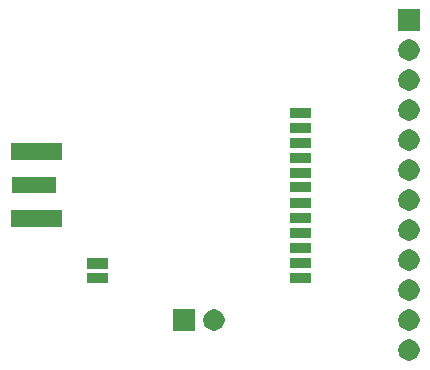
<source format=gbr>
G04 #@! TF.GenerationSoftware,KiCad,Pcbnew,(5.1.5)-3*
G04 #@! TF.CreationDate,2020-06-27T17:11:00-04:00*
G04 #@! TF.ProjectId,BreakoutSI4463PRORev2,42726561-6b6f-4757-9453-493434363350,rev?*
G04 #@! TF.SameCoordinates,Original*
G04 #@! TF.FileFunction,Soldermask,Top*
G04 #@! TF.FilePolarity,Negative*
%FSLAX46Y46*%
G04 Gerber Fmt 4.6, Leading zero omitted, Abs format (unit mm)*
G04 Created by KiCad (PCBNEW (5.1.5)-3) date 2020-06-27 17:11:00*
%MOMM*%
%LPD*%
G04 APERTURE LIST*
%ADD10C,0.100000*%
G04 APERTURE END LIST*
D10*
G36*
X147433512Y-118483927D02*
G01*
X147582812Y-118513624D01*
X147746784Y-118581544D01*
X147894354Y-118680147D01*
X148019853Y-118805646D01*
X148118456Y-118953216D01*
X148186376Y-119117188D01*
X148221000Y-119291259D01*
X148221000Y-119468741D01*
X148186376Y-119642812D01*
X148118456Y-119806784D01*
X148019853Y-119954354D01*
X147894354Y-120079853D01*
X147746784Y-120178456D01*
X147582812Y-120246376D01*
X147433512Y-120276073D01*
X147408742Y-120281000D01*
X147231258Y-120281000D01*
X147206488Y-120276073D01*
X147057188Y-120246376D01*
X146893216Y-120178456D01*
X146745646Y-120079853D01*
X146620147Y-119954354D01*
X146521544Y-119806784D01*
X146453624Y-119642812D01*
X146419000Y-119468741D01*
X146419000Y-119291259D01*
X146453624Y-119117188D01*
X146521544Y-118953216D01*
X146620147Y-118805646D01*
X146745646Y-118680147D01*
X146893216Y-118581544D01*
X147057188Y-118513624D01*
X147206488Y-118483927D01*
X147231258Y-118479000D01*
X147408742Y-118479000D01*
X147433512Y-118483927D01*
G37*
G36*
X147433512Y-115943927D02*
G01*
X147582812Y-115973624D01*
X147746784Y-116041544D01*
X147894354Y-116140147D01*
X148019853Y-116265646D01*
X148118456Y-116413216D01*
X148186376Y-116577188D01*
X148221000Y-116751259D01*
X148221000Y-116928741D01*
X148186376Y-117102812D01*
X148118456Y-117266784D01*
X148019853Y-117414354D01*
X147894354Y-117539853D01*
X147746784Y-117638456D01*
X147582812Y-117706376D01*
X147433512Y-117736073D01*
X147408742Y-117741000D01*
X147231258Y-117741000D01*
X147206488Y-117736073D01*
X147057188Y-117706376D01*
X146893216Y-117638456D01*
X146745646Y-117539853D01*
X146620147Y-117414354D01*
X146521544Y-117266784D01*
X146453624Y-117102812D01*
X146419000Y-116928741D01*
X146419000Y-116751259D01*
X146453624Y-116577188D01*
X146521544Y-116413216D01*
X146620147Y-116265646D01*
X146745646Y-116140147D01*
X146893216Y-116041544D01*
X147057188Y-115973624D01*
X147206488Y-115943927D01*
X147231258Y-115939000D01*
X147408742Y-115939000D01*
X147433512Y-115943927D01*
G37*
G36*
X129171000Y-117741000D02*
G01*
X127369000Y-117741000D01*
X127369000Y-115939000D01*
X129171000Y-115939000D01*
X129171000Y-117741000D01*
G37*
G36*
X130923512Y-115943927D02*
G01*
X131072812Y-115973624D01*
X131236784Y-116041544D01*
X131384354Y-116140147D01*
X131509853Y-116265646D01*
X131608456Y-116413216D01*
X131676376Y-116577188D01*
X131711000Y-116751259D01*
X131711000Y-116928741D01*
X131676376Y-117102812D01*
X131608456Y-117266784D01*
X131509853Y-117414354D01*
X131384354Y-117539853D01*
X131236784Y-117638456D01*
X131072812Y-117706376D01*
X130923512Y-117736073D01*
X130898742Y-117741000D01*
X130721258Y-117741000D01*
X130696488Y-117736073D01*
X130547188Y-117706376D01*
X130383216Y-117638456D01*
X130235646Y-117539853D01*
X130110147Y-117414354D01*
X130011544Y-117266784D01*
X129943624Y-117102812D01*
X129909000Y-116928741D01*
X129909000Y-116751259D01*
X129943624Y-116577188D01*
X130011544Y-116413216D01*
X130110147Y-116265646D01*
X130235646Y-116140147D01*
X130383216Y-116041544D01*
X130547188Y-115973624D01*
X130696488Y-115943927D01*
X130721258Y-115939000D01*
X130898742Y-115939000D01*
X130923512Y-115943927D01*
G37*
G36*
X147433512Y-113403927D02*
G01*
X147582812Y-113433624D01*
X147746784Y-113501544D01*
X147894354Y-113600147D01*
X148019853Y-113725646D01*
X148118456Y-113873216D01*
X148186376Y-114037188D01*
X148221000Y-114211259D01*
X148221000Y-114388741D01*
X148186376Y-114562812D01*
X148118456Y-114726784D01*
X148019853Y-114874354D01*
X147894354Y-114999853D01*
X147746784Y-115098456D01*
X147582812Y-115166376D01*
X147433512Y-115196073D01*
X147408742Y-115201000D01*
X147231258Y-115201000D01*
X147206488Y-115196073D01*
X147057188Y-115166376D01*
X146893216Y-115098456D01*
X146745646Y-114999853D01*
X146620147Y-114874354D01*
X146521544Y-114726784D01*
X146453624Y-114562812D01*
X146419000Y-114388741D01*
X146419000Y-114211259D01*
X146453624Y-114037188D01*
X146521544Y-113873216D01*
X146620147Y-113725646D01*
X146745646Y-113600147D01*
X146893216Y-113501544D01*
X147057188Y-113433624D01*
X147206488Y-113403927D01*
X147231258Y-113399000D01*
X147408742Y-113399000D01*
X147433512Y-113403927D01*
G37*
G36*
X121874480Y-113741400D02*
G01*
X120096080Y-113741400D01*
X120096080Y-112826600D01*
X121874480Y-112826600D01*
X121874480Y-113741400D01*
G37*
G36*
X139016940Y-113741400D02*
G01*
X137238540Y-113741400D01*
X137238540Y-112826600D01*
X139016940Y-112826600D01*
X139016940Y-113741400D01*
G37*
G36*
X147433512Y-110863927D02*
G01*
X147582812Y-110893624D01*
X147746784Y-110961544D01*
X147894354Y-111060147D01*
X148019853Y-111185646D01*
X148118456Y-111333216D01*
X148186376Y-111497188D01*
X148221000Y-111671259D01*
X148221000Y-111848741D01*
X148186376Y-112022812D01*
X148118456Y-112186784D01*
X148019853Y-112334354D01*
X147894354Y-112459853D01*
X147746784Y-112558456D01*
X147582812Y-112626376D01*
X147433512Y-112656073D01*
X147408742Y-112661000D01*
X147231258Y-112661000D01*
X147206488Y-112656073D01*
X147057188Y-112626376D01*
X146893216Y-112558456D01*
X146745646Y-112459853D01*
X146620147Y-112334354D01*
X146521544Y-112186784D01*
X146453624Y-112022812D01*
X146419000Y-111848741D01*
X146419000Y-111671259D01*
X146453624Y-111497188D01*
X146521544Y-111333216D01*
X146620147Y-111185646D01*
X146745646Y-111060147D01*
X146893216Y-110961544D01*
X147057188Y-110893624D01*
X147206488Y-110863927D01*
X147231258Y-110859000D01*
X147408742Y-110859000D01*
X147433512Y-110863927D01*
G37*
G36*
X121874480Y-112550140D02*
G01*
X120096080Y-112550140D01*
X120096080Y-111635340D01*
X121874480Y-111635340D01*
X121874480Y-112550140D01*
G37*
G36*
X139016940Y-112471400D02*
G01*
X137238540Y-112471400D01*
X137238540Y-111556600D01*
X139016940Y-111556600D01*
X139016940Y-112471400D01*
G37*
G36*
X139016940Y-111201400D02*
G01*
X137238540Y-111201400D01*
X137238540Y-110286600D01*
X139016940Y-110286600D01*
X139016940Y-111201400D01*
G37*
G36*
X147433512Y-108323927D02*
G01*
X147582812Y-108353624D01*
X147746784Y-108421544D01*
X147894354Y-108520147D01*
X148019853Y-108645646D01*
X148118456Y-108793216D01*
X148186376Y-108957188D01*
X148221000Y-109131259D01*
X148221000Y-109308741D01*
X148186376Y-109482812D01*
X148118456Y-109646784D01*
X148019853Y-109794354D01*
X147894354Y-109919853D01*
X147746784Y-110018456D01*
X147582812Y-110086376D01*
X147433512Y-110116073D01*
X147408742Y-110121000D01*
X147231258Y-110121000D01*
X147206488Y-110116073D01*
X147057188Y-110086376D01*
X146893216Y-110018456D01*
X146745646Y-109919853D01*
X146620147Y-109794354D01*
X146521544Y-109646784D01*
X146453624Y-109482812D01*
X146419000Y-109308741D01*
X146419000Y-109131259D01*
X146453624Y-108957188D01*
X146521544Y-108793216D01*
X146620147Y-108645646D01*
X146745646Y-108520147D01*
X146893216Y-108421544D01*
X147057188Y-108353624D01*
X147206488Y-108323927D01*
X147231258Y-108319000D01*
X147408742Y-108319000D01*
X147433512Y-108323927D01*
G37*
G36*
X139016940Y-109931400D02*
G01*
X137238540Y-109931400D01*
X137238540Y-109016600D01*
X139016940Y-109016600D01*
X139016940Y-109931400D01*
G37*
G36*
X117921000Y-108961000D02*
G01*
X113619000Y-108961000D01*
X113619000Y-107509000D01*
X117921000Y-107509000D01*
X117921000Y-108961000D01*
G37*
G36*
X139016940Y-108661400D02*
G01*
X137238540Y-108661400D01*
X137238540Y-107746600D01*
X139016940Y-107746600D01*
X139016940Y-108661400D01*
G37*
G36*
X147433512Y-105783927D02*
G01*
X147582812Y-105813624D01*
X147746784Y-105881544D01*
X147894354Y-105980147D01*
X148019853Y-106105646D01*
X148118456Y-106253216D01*
X148186376Y-106417188D01*
X148221000Y-106591259D01*
X148221000Y-106768741D01*
X148186376Y-106942812D01*
X148118456Y-107106784D01*
X148019853Y-107254354D01*
X147894354Y-107379853D01*
X147746784Y-107478456D01*
X147582812Y-107546376D01*
X147433512Y-107576073D01*
X147408742Y-107581000D01*
X147231258Y-107581000D01*
X147206488Y-107576073D01*
X147057188Y-107546376D01*
X146893216Y-107478456D01*
X146745646Y-107379853D01*
X146620147Y-107254354D01*
X146521544Y-107106784D01*
X146453624Y-106942812D01*
X146419000Y-106768741D01*
X146419000Y-106591259D01*
X146453624Y-106417188D01*
X146521544Y-106253216D01*
X146620147Y-106105646D01*
X146745646Y-105980147D01*
X146893216Y-105881544D01*
X147057188Y-105813624D01*
X147206488Y-105783927D01*
X147231258Y-105779000D01*
X147408742Y-105779000D01*
X147433512Y-105783927D01*
G37*
G36*
X139016940Y-107391400D02*
G01*
X137238540Y-107391400D01*
X137238540Y-106476600D01*
X139016940Y-106476600D01*
X139016940Y-107391400D01*
G37*
G36*
X117421000Y-106096000D02*
G01*
X113719000Y-106096000D01*
X113719000Y-104724000D01*
X117421000Y-104724000D01*
X117421000Y-106096000D01*
G37*
G36*
X139016940Y-106042660D02*
G01*
X137238540Y-106042660D01*
X137238540Y-105127860D01*
X139016940Y-105127860D01*
X139016940Y-106042660D01*
G37*
G36*
X147433512Y-103243927D02*
G01*
X147582812Y-103273624D01*
X147746784Y-103341544D01*
X147894354Y-103440147D01*
X148019853Y-103565646D01*
X148118456Y-103713216D01*
X148186376Y-103877188D01*
X148221000Y-104051259D01*
X148221000Y-104228741D01*
X148186376Y-104402812D01*
X148118456Y-104566784D01*
X148019853Y-104714354D01*
X147894354Y-104839853D01*
X147746784Y-104938456D01*
X147582812Y-105006376D01*
X147433512Y-105036073D01*
X147408742Y-105041000D01*
X147231258Y-105041000D01*
X147206488Y-105036073D01*
X147057188Y-105006376D01*
X146893216Y-104938456D01*
X146745646Y-104839853D01*
X146620147Y-104714354D01*
X146521544Y-104566784D01*
X146453624Y-104402812D01*
X146419000Y-104228741D01*
X146419000Y-104051259D01*
X146453624Y-103877188D01*
X146521544Y-103713216D01*
X146620147Y-103565646D01*
X146745646Y-103440147D01*
X146893216Y-103341544D01*
X147057188Y-103273624D01*
X147206488Y-103243927D01*
X147231258Y-103239000D01*
X147408742Y-103239000D01*
X147433512Y-103243927D01*
G37*
G36*
X139016940Y-104851400D02*
G01*
X137238540Y-104851400D01*
X137238540Y-103936600D01*
X139016940Y-103936600D01*
X139016940Y-104851400D01*
G37*
G36*
X139016940Y-103581400D02*
G01*
X137238540Y-103581400D01*
X137238540Y-102666600D01*
X139016940Y-102666600D01*
X139016940Y-103581400D01*
G37*
G36*
X117921000Y-103311000D02*
G01*
X113619000Y-103311000D01*
X113619000Y-101859000D01*
X117921000Y-101859000D01*
X117921000Y-103311000D01*
G37*
G36*
X147433512Y-100703927D02*
G01*
X147582812Y-100733624D01*
X147746784Y-100801544D01*
X147894354Y-100900147D01*
X148019853Y-101025646D01*
X148118456Y-101173216D01*
X148186376Y-101337188D01*
X148221000Y-101511259D01*
X148221000Y-101688741D01*
X148186376Y-101862812D01*
X148118456Y-102026784D01*
X148019853Y-102174354D01*
X147894354Y-102299853D01*
X147746784Y-102398456D01*
X147582812Y-102466376D01*
X147433512Y-102496073D01*
X147408742Y-102501000D01*
X147231258Y-102501000D01*
X147206488Y-102496073D01*
X147057188Y-102466376D01*
X146893216Y-102398456D01*
X146745646Y-102299853D01*
X146620147Y-102174354D01*
X146521544Y-102026784D01*
X146453624Y-101862812D01*
X146419000Y-101688741D01*
X146419000Y-101511259D01*
X146453624Y-101337188D01*
X146521544Y-101173216D01*
X146620147Y-101025646D01*
X146745646Y-100900147D01*
X146893216Y-100801544D01*
X147057188Y-100733624D01*
X147206488Y-100703927D01*
X147231258Y-100699000D01*
X147408742Y-100699000D01*
X147433512Y-100703927D01*
G37*
G36*
X139016940Y-102311400D02*
G01*
X137238540Y-102311400D01*
X137238540Y-101396600D01*
X139016940Y-101396600D01*
X139016940Y-102311400D01*
G37*
G36*
X139016940Y-101041400D02*
G01*
X137238540Y-101041400D01*
X137238540Y-100126600D01*
X139016940Y-100126600D01*
X139016940Y-101041400D01*
G37*
G36*
X147433512Y-98163927D02*
G01*
X147582812Y-98193624D01*
X147746784Y-98261544D01*
X147894354Y-98360147D01*
X148019853Y-98485646D01*
X148118456Y-98633216D01*
X148186376Y-98797188D01*
X148221000Y-98971259D01*
X148221000Y-99148741D01*
X148186376Y-99322812D01*
X148118456Y-99486784D01*
X148019853Y-99634354D01*
X147894354Y-99759853D01*
X147746784Y-99858456D01*
X147582812Y-99926376D01*
X147433512Y-99956073D01*
X147408742Y-99961000D01*
X147231258Y-99961000D01*
X147206488Y-99956073D01*
X147057188Y-99926376D01*
X146893216Y-99858456D01*
X146745646Y-99759853D01*
X146620147Y-99634354D01*
X146521544Y-99486784D01*
X146453624Y-99322812D01*
X146419000Y-99148741D01*
X146419000Y-98971259D01*
X146453624Y-98797188D01*
X146521544Y-98633216D01*
X146620147Y-98485646D01*
X146745646Y-98360147D01*
X146893216Y-98261544D01*
X147057188Y-98193624D01*
X147206488Y-98163927D01*
X147231258Y-98159000D01*
X147408742Y-98159000D01*
X147433512Y-98163927D01*
G37*
G36*
X139016940Y-99771400D02*
G01*
X137238540Y-99771400D01*
X137238540Y-98856600D01*
X139016940Y-98856600D01*
X139016940Y-99771400D01*
G37*
G36*
X147433512Y-95623927D02*
G01*
X147582812Y-95653624D01*
X147746784Y-95721544D01*
X147894354Y-95820147D01*
X148019853Y-95945646D01*
X148118456Y-96093216D01*
X148186376Y-96257188D01*
X148221000Y-96431259D01*
X148221000Y-96608741D01*
X148186376Y-96782812D01*
X148118456Y-96946784D01*
X148019853Y-97094354D01*
X147894354Y-97219853D01*
X147746784Y-97318456D01*
X147582812Y-97386376D01*
X147433512Y-97416073D01*
X147408742Y-97421000D01*
X147231258Y-97421000D01*
X147206488Y-97416073D01*
X147057188Y-97386376D01*
X146893216Y-97318456D01*
X146745646Y-97219853D01*
X146620147Y-97094354D01*
X146521544Y-96946784D01*
X146453624Y-96782812D01*
X146419000Y-96608741D01*
X146419000Y-96431259D01*
X146453624Y-96257188D01*
X146521544Y-96093216D01*
X146620147Y-95945646D01*
X146745646Y-95820147D01*
X146893216Y-95721544D01*
X147057188Y-95653624D01*
X147206488Y-95623927D01*
X147231258Y-95619000D01*
X147408742Y-95619000D01*
X147433512Y-95623927D01*
G37*
G36*
X147433512Y-93083927D02*
G01*
X147582812Y-93113624D01*
X147746784Y-93181544D01*
X147894354Y-93280147D01*
X148019853Y-93405646D01*
X148118456Y-93553216D01*
X148186376Y-93717188D01*
X148221000Y-93891259D01*
X148221000Y-94068741D01*
X148186376Y-94242812D01*
X148118456Y-94406784D01*
X148019853Y-94554354D01*
X147894354Y-94679853D01*
X147746784Y-94778456D01*
X147582812Y-94846376D01*
X147433512Y-94876073D01*
X147408742Y-94881000D01*
X147231258Y-94881000D01*
X147206488Y-94876073D01*
X147057188Y-94846376D01*
X146893216Y-94778456D01*
X146745646Y-94679853D01*
X146620147Y-94554354D01*
X146521544Y-94406784D01*
X146453624Y-94242812D01*
X146419000Y-94068741D01*
X146419000Y-93891259D01*
X146453624Y-93717188D01*
X146521544Y-93553216D01*
X146620147Y-93405646D01*
X146745646Y-93280147D01*
X146893216Y-93181544D01*
X147057188Y-93113624D01*
X147206488Y-93083927D01*
X147231258Y-93079000D01*
X147408742Y-93079000D01*
X147433512Y-93083927D01*
G37*
G36*
X148221000Y-92341000D02*
G01*
X146419000Y-92341000D01*
X146419000Y-90539000D01*
X148221000Y-90539000D01*
X148221000Y-92341000D01*
G37*
M02*

</source>
